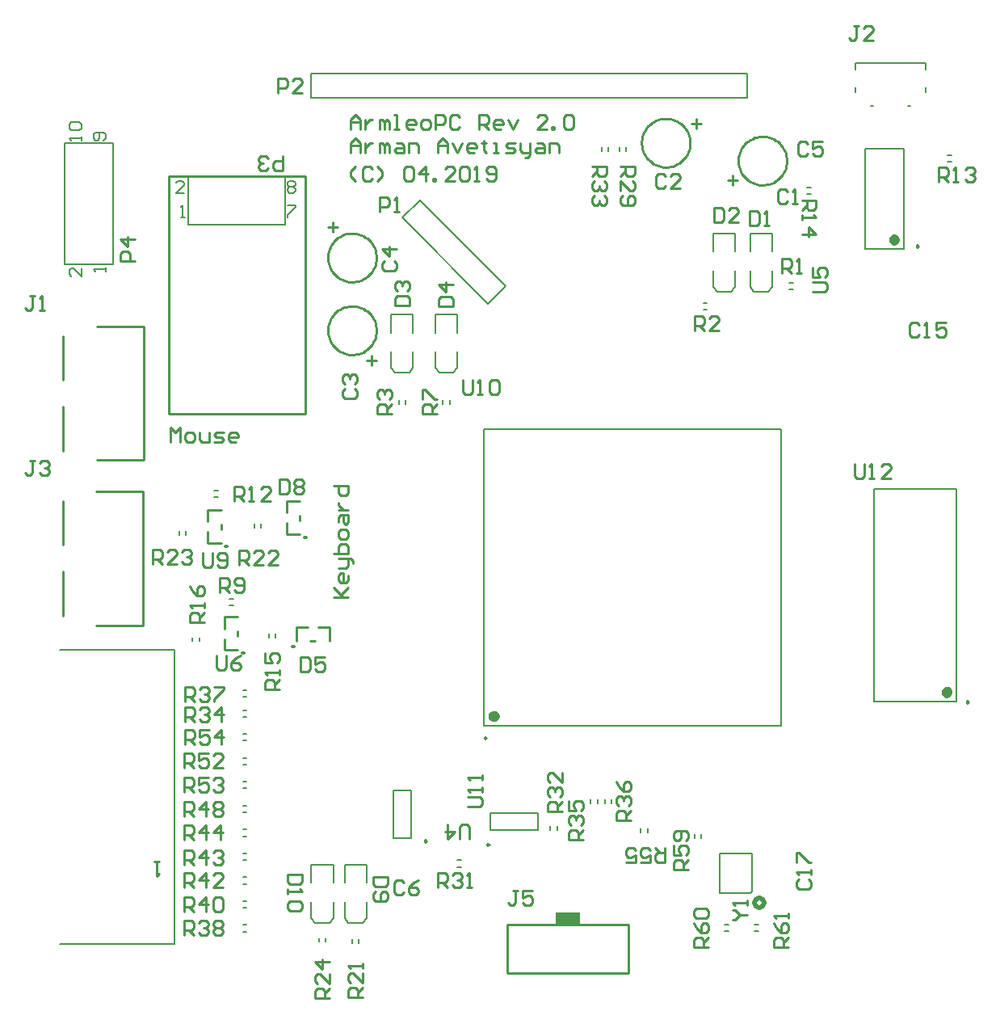
<source format=gto>
G04 Layer_Color=65535*
%FSLAX25Y25*%
%MOIN*%
G70*
G01*
G75*
%ADD27C,0.01181*%
%ADD28C,0.01968*%
%ADD74C,0.00984*%
%ADD75C,0.02362*%
%ADD76C,0.01000*%
%ADD77C,0.00787*%
%ADD78C,0.00800*%
%ADD79R,0.10000X0.05000*%
D27*
X203445Y293898D02*
X202658D01*
X203445D01*
X198524Y249114D02*
X197736D01*
X198524D01*
X170965Y290354D02*
X170177D01*
X170965D01*
X177854Y246161D02*
X177067D01*
X177854D01*
D28*
X392323Y143307D02*
X392059Y144291D01*
X391339Y145012D01*
X390354Y145276D01*
X389370Y145012D01*
X388650Y144291D01*
X388386Y143307D01*
X388650Y142323D01*
X389370Y141602D01*
X390354Y141339D01*
X391339Y141602D01*
X392059Y142323D01*
X392323Y143307D01*
D74*
X277756Y211221D02*
X277018Y211647D01*
Y210794D01*
X277756Y211221D01*
X456201Y414075D02*
X455463Y414501D01*
Y413649D01*
X456201Y414075D01*
X279016Y167224D02*
X278278Y167651D01*
Y166798D01*
X279016Y167224D01*
X253051Y168780D02*
X252313Y169206D01*
Y168353D01*
X253051Y168780D01*
X476870Y226083D02*
X476132Y226509D01*
Y225657D01*
X476870Y226083D01*
D75*
X281988Y220276D02*
X281543Y221199D01*
X280544Y221427D01*
X279743Y220788D01*
Y219763D01*
X280544Y219124D01*
X281543Y219352D01*
X281988Y220276D01*
X447244Y416831D02*
X446799Y417754D01*
X445800Y417982D01*
X444999Y417343D01*
Y416318D01*
X445800Y415679D01*
X446799Y415907D01*
X447244Y416831D01*
X468898Y230217D02*
X468453Y231140D01*
X467454Y231368D01*
X466652Y230729D01*
Y229704D01*
X467454Y229065D01*
X468453Y229293D01*
X468898Y230217D01*
D76*
X232453Y409370D02*
X232404Y410367D01*
X232255Y411354D01*
X232009Y412321D01*
X231667Y413259D01*
X231234Y414159D01*
X230714Y415010D01*
X230111Y415806D01*
X229432Y416538D01*
X228684Y417198D01*
X227873Y417781D01*
X227009Y418280D01*
X226099Y418690D01*
X225153Y419008D01*
X224180Y419231D01*
X223189Y419355D01*
X222191Y419380D01*
X221196Y419305D01*
X220213Y419132D01*
X219252Y418861D01*
X218323Y418497D01*
X217435Y418041D01*
X216596Y417500D01*
X215816Y416877D01*
X215101Y416180D01*
X214460Y415416D01*
X213897Y414591D01*
X213420Y413714D01*
X213032Y412795D01*
X212738Y411841D01*
X212540Y410862D01*
X212441Y409869D01*
Y408871D01*
X212540Y407878D01*
X212738Y406899D01*
X213032Y405946D01*
X213420Y405026D01*
X213897Y404149D01*
X214460Y403325D01*
X215101Y402560D01*
X215816Y401863D01*
X216596Y401241D01*
X217435Y400699D01*
X218323Y400244D01*
X219252Y399879D01*
X220213Y399609D01*
X221196Y399435D01*
X222191Y399361D01*
X223189Y399386D01*
X224180Y399510D01*
X225153Y399732D01*
X226099Y400050D01*
X227009Y400460D01*
X227873Y400959D01*
X228684Y401542D01*
X229432Y402203D01*
X230111Y402934D01*
X230714Y403730D01*
X231234Y404582D01*
X231667Y405481D01*
X232009Y406419D01*
X232255Y407386D01*
X232404Y408373D01*
X232453Y409370D01*
X232453Y379350D02*
X232404Y380347D01*
X232255Y381334D01*
X232009Y382302D01*
X231667Y383240D01*
X231234Y384139D01*
X230714Y384991D01*
X230111Y385786D01*
X229432Y386518D01*
X228684Y387178D01*
X227873Y387761D01*
X227009Y388260D01*
X226099Y388671D01*
X225153Y388989D01*
X224180Y389211D01*
X223189Y389335D01*
X222191Y389360D01*
X221196Y389285D01*
X220213Y389112D01*
X219252Y388842D01*
X218323Y388477D01*
X217435Y388021D01*
X216596Y387480D01*
X215816Y386858D01*
X215101Y386161D01*
X214460Y385396D01*
X213897Y384571D01*
X213420Y383695D01*
X213032Y382775D01*
X212738Y381821D01*
X212540Y380843D01*
X212441Y379850D01*
Y378851D01*
X212540Y377858D01*
X212738Y376880D01*
X213032Y375926D01*
X213420Y375006D01*
X213897Y374130D01*
X214460Y373305D01*
X215101Y372540D01*
X215816Y371843D01*
X216596Y371221D01*
X217435Y370679D01*
X218323Y370224D01*
X219252Y369859D01*
X220213Y369589D01*
X221196Y369416D01*
X222191Y369341D01*
X223189Y369366D01*
X224180Y369490D01*
X225153Y369712D01*
X226099Y370030D01*
X227009Y370441D01*
X227873Y370940D01*
X228684Y371522D01*
X229432Y372183D01*
X230111Y372915D01*
X230714Y373710D01*
X231234Y374562D01*
X231667Y375461D01*
X232009Y376399D01*
X232255Y377366D01*
X232404Y378354D01*
X232453Y379350D01*
X361961Y456693D02*
X361912Y457690D01*
X361763Y458677D01*
X361517Y459644D01*
X361175Y460582D01*
X360742Y461482D01*
X360222Y462333D01*
X359619Y463129D01*
X358940Y463861D01*
X358192Y464521D01*
X357381Y465104D01*
X356517Y465603D01*
X355607Y466013D01*
X354661Y466331D01*
X353688Y466553D01*
X352697Y466678D01*
X351699Y466702D01*
X350704Y466628D01*
X349721Y466454D01*
X348760Y466184D01*
X347831Y465819D01*
X346943Y465364D01*
X346104Y464822D01*
X345324Y464200D01*
X344609Y463503D01*
X343968Y462739D01*
X343405Y461914D01*
X342928Y461037D01*
X342540Y460117D01*
X342246Y459164D01*
X342048Y458185D01*
X341949Y457192D01*
Y456194D01*
X342048Y455201D01*
X342246Y454222D01*
X342540Y453268D01*
X342928Y452349D01*
X343405Y451472D01*
X343968Y450647D01*
X344609Y449883D01*
X345324Y449186D01*
X346104Y448563D01*
X346943Y448022D01*
X347831Y447567D01*
X348760Y447202D01*
X349721Y446932D01*
X350704Y446758D01*
X351699Y446684D01*
X352697Y446708D01*
X353688Y446833D01*
X354661Y447055D01*
X355607Y447373D01*
X356517Y447783D01*
X357381Y448282D01*
X358192Y448865D01*
X358940Y449525D01*
X359619Y450257D01*
X360222Y451053D01*
X360742Y451904D01*
X361175Y452804D01*
X361517Y453742D01*
X361763Y454709D01*
X361912Y455696D01*
X361961Y456693D01*
X401824Y449311D02*
X401774Y450308D01*
X401625Y451295D01*
X401379Y452262D01*
X401037Y453200D01*
X400604Y454100D01*
X400084Y454951D01*
X399481Y455747D01*
X398802Y456479D01*
X398054Y457139D01*
X397243Y457722D01*
X396379Y458221D01*
X395469Y458631D01*
X394523Y458949D01*
X393550Y459171D01*
X392559Y459296D01*
X391561Y459320D01*
X390566Y459246D01*
X389583Y459072D01*
X388622Y458802D01*
X387693Y458437D01*
X386805Y457982D01*
X385966Y457441D01*
X385186Y456818D01*
X384471Y456121D01*
X383830Y455357D01*
X383267Y454532D01*
X382790Y453655D01*
X382402Y452736D01*
X382108Y451782D01*
X381910Y450803D01*
X381811Y449810D01*
Y448812D01*
X381910Y447819D01*
X382108Y446840D01*
X382402Y445887D01*
X382790Y444967D01*
X383267Y444090D01*
X383830Y443265D01*
X384471Y442501D01*
X385186Y441804D01*
X385966Y441182D01*
X386805Y440640D01*
X387693Y440185D01*
X388622Y439820D01*
X389583Y439549D01*
X390566Y439376D01*
X391561Y439302D01*
X392559Y439326D01*
X393550Y439451D01*
X394523Y439673D01*
X395469Y439991D01*
X396379Y440401D01*
X397243Y440900D01*
X398054Y441483D01*
X398802Y442143D01*
X399481Y442875D01*
X400084Y443671D01*
X400604Y444522D01*
X401037Y445422D01*
X401379Y446360D01*
X401625Y447327D01*
X401774Y448314D01*
X401824Y449311D01*
X146732Y344980D02*
X203091D01*
X203169Y345059D02*
Y442992D01*
X174705D02*
X203169D01*
X146732Y344980D02*
Y442992D01*
X174705D01*
X200886Y300984D02*
Y302953D01*
X195374Y295276D02*
Y299803D01*
Y295276D02*
X200886D01*
X195374Y304134D02*
Y308858D01*
X200886D01*
X205217Y251280D02*
X207185D01*
X199508Y256791D02*
X204035D01*
X199508Y251280D02*
Y256791D01*
X208366D02*
X213091D01*
Y251280D02*
Y256791D01*
X168406Y297441D02*
Y299409D01*
X162894Y291732D02*
Y296260D01*
Y291732D02*
X168406D01*
X162894Y300591D02*
Y305315D01*
X168406D01*
X175295Y253248D02*
Y255217D01*
X169783Y247539D02*
Y252067D01*
Y247539D02*
X175295D01*
X169783Y256398D02*
Y261122D01*
X175295D01*
X286358Y114429D02*
Y134429D01*
X336358D01*
Y114429D02*
Y134429D01*
X286358Y114429D02*
X336358D01*
X103248Y358858D02*
Y376969D01*
Y329724D02*
Y347835D01*
X117027Y380906D02*
X136319D01*
Y325787D02*
Y380906D01*
X117027Y325787D02*
X136319D01*
X103150Y290846D02*
Y308957D01*
Y261713D02*
Y279823D01*
X116929Y312894D02*
X136221D01*
Y257776D02*
Y312894D01*
X116929Y257776D02*
X136221D01*
X221965Y462155D02*
Y466154D01*
X223964Y468153D01*
X225963Y466154D01*
Y462155D01*
Y465154D01*
X221965D01*
X227963Y466154D02*
Y462155D01*
Y464155D01*
X228962Y465154D01*
X229962Y466154D01*
X230962D01*
X233961Y462155D02*
Y466154D01*
X234960D01*
X235960Y465154D01*
Y462155D01*
Y465154D01*
X236960Y466154D01*
X237959Y465154D01*
Y462155D01*
X239959D02*
X241958D01*
X240958D01*
Y468153D01*
X239959D01*
X247956Y462155D02*
X245957D01*
X244957Y463155D01*
Y465154D01*
X245957Y466154D01*
X247956D01*
X248956Y465154D01*
Y464155D01*
X244957D01*
X251955Y462155D02*
X253954D01*
X254954Y463155D01*
Y465154D01*
X253954Y466154D01*
X251955D01*
X250955Y465154D01*
Y463155D01*
X251955Y462155D01*
X256953D02*
Y468153D01*
X259952D01*
X260952Y467154D01*
Y465154D01*
X259952Y464155D01*
X256953D01*
X266950Y467154D02*
X265950Y468153D01*
X263951D01*
X262951Y467154D01*
Y463155D01*
X263951Y462155D01*
X265950D01*
X266950Y463155D01*
X274947Y462155D02*
Y468153D01*
X277946D01*
X278946Y467154D01*
Y465154D01*
X277946Y464155D01*
X274947D01*
X276947D02*
X278946Y462155D01*
X283945D02*
X281945D01*
X280945Y463155D01*
Y465154D01*
X281945Y466154D01*
X283945D01*
X284944Y465154D01*
Y464155D01*
X280945D01*
X286944Y466154D02*
X288943Y462155D01*
X290942Y466154D01*
X302938Y462155D02*
X298940D01*
X302938Y466154D01*
Y467154D01*
X301939Y468153D01*
X299939D01*
X298940Y467154D01*
X304938Y462155D02*
Y463155D01*
X305937D01*
Y462155D01*
X304938D01*
X309936Y467154D02*
X310936Y468153D01*
X312935D01*
X313935Y467154D01*
Y463155D01*
X312935Y462155D01*
X310936D01*
X309936Y463155D01*
Y467154D01*
X221965Y452558D02*
Y456556D01*
X223964Y458556D01*
X225963Y456556D01*
Y452558D01*
Y455557D01*
X221965D01*
X227963Y456556D02*
Y452558D01*
Y454557D01*
X228962Y455557D01*
X229962Y456556D01*
X230962D01*
X233961Y452558D02*
Y456556D01*
X234960D01*
X235960Y455557D01*
Y452558D01*
Y455557D01*
X236960Y456556D01*
X237959Y455557D01*
Y452558D01*
X240958Y456556D02*
X242958D01*
X243957Y455557D01*
Y452558D01*
X240958D01*
X239959Y453557D01*
X240958Y454557D01*
X243957D01*
X245957Y452558D02*
Y456556D01*
X248956D01*
X249956Y455557D01*
Y452558D01*
X257953D02*
Y456556D01*
X259952Y458556D01*
X261952Y456556D01*
Y452558D01*
Y455557D01*
X257953D01*
X263951Y456556D02*
X265950Y452558D01*
X267950Y456556D01*
X272948Y452558D02*
X270949D01*
X269949Y453557D01*
Y455557D01*
X270949Y456556D01*
X272948D01*
X273948Y455557D01*
Y454557D01*
X269949D01*
X276947Y457556D02*
Y456556D01*
X275947D01*
X277946D01*
X276947D01*
Y453557D01*
X277946Y452558D01*
X280945D02*
X282945D01*
X281945D01*
Y456556D01*
X280945D01*
X285944Y452558D02*
X288943D01*
X289943Y453557D01*
X288943Y454557D01*
X286944D01*
X285944Y455557D01*
X286944Y456556D01*
X289943D01*
X291942D02*
Y453557D01*
X292942Y452558D01*
X295941D01*
Y451558D01*
X294941Y450558D01*
X293941D01*
X295941Y452558D02*
Y456556D01*
X298940D02*
X300939D01*
X301939Y455557D01*
Y452558D01*
X298940D01*
X297940Y453557D01*
X298940Y454557D01*
X301939D01*
X303938Y452558D02*
Y456556D01*
X306937D01*
X307937Y455557D01*
Y452558D01*
X223964Y440961D02*
X221965Y442960D01*
Y444959D01*
X223964Y446959D01*
X230962Y445959D02*
X229962Y446959D01*
X227963D01*
X226963Y445959D01*
Y441960D01*
X227963Y440961D01*
X229962D01*
X230962Y441960D01*
X232961Y440961D02*
X234960Y442960D01*
Y444959D01*
X232961Y446959D01*
X243957Y445959D02*
X244957Y446959D01*
X246956D01*
X247956Y445959D01*
Y441960D01*
X246956Y440961D01*
X244957D01*
X243957Y441960D01*
Y445959D01*
X252955Y440961D02*
Y446959D01*
X249956Y443960D01*
X253954D01*
X255954Y440961D02*
Y441960D01*
X256953D01*
Y440961D01*
X255954D01*
X264951D02*
X260952D01*
X264951Y444959D01*
Y445959D01*
X263951Y446959D01*
X261952D01*
X260952Y445959D01*
X266950D02*
X267950Y446959D01*
X269949D01*
X270949Y445959D01*
Y441960D01*
X269949Y440961D01*
X267950D01*
X266950Y441960D01*
Y445959D01*
X272948Y440961D02*
X274947D01*
X273948D01*
Y446959D01*
X272948Y445959D01*
X277946Y441960D02*
X278946Y440961D01*
X280945D01*
X281945Y441960D01*
Y445959D01*
X280945Y446959D01*
X278946D01*
X277946Y445959D01*
Y444959D01*
X278946Y443960D01*
X281945D01*
X431435Y505019D02*
X429436D01*
X430436D01*
Y500021D01*
X429436Y499021D01*
X428436D01*
X427437Y500021D01*
X437433Y499021D02*
X433435D01*
X437433Y503020D01*
Y504019D01*
X436434Y505019D01*
X434434D01*
X433435Y504019D01*
X268209Y358852D02*
Y353854D01*
X269208Y352854D01*
X271208D01*
X272207Y353854D01*
Y358852D01*
X274207Y352854D02*
X276206D01*
X275206D01*
Y358852D01*
X274207Y357853D01*
X279205D02*
X280205Y358852D01*
X282204D01*
X283204Y357853D01*
Y353854D01*
X282204Y352854D01*
X280205D01*
X279205Y353854D01*
Y357853D01*
X132874Y407972D02*
X126876D01*
Y410971D01*
X127876Y411971D01*
X129875D01*
X130875Y410971D01*
Y407972D01*
X132874Y416969D02*
X126876D01*
X129875Y413971D01*
Y417969D01*
X193898Y451279D02*
Y445281D01*
X190899D01*
X189899Y446281D01*
Y448280D01*
X190899Y449280D01*
X193898D01*
X187900Y446281D02*
X186900Y445281D01*
X184900D01*
X183901Y446281D01*
Y447281D01*
X184900Y448280D01*
X185900D01*
X184900D01*
X183901Y449280D01*
Y450280D01*
X184900Y451279D01*
X186900D01*
X187900Y450280D01*
X175689Y282480D02*
Y288478D01*
X178688D01*
X179688Y287479D01*
Y285479D01*
X178688Y284480D01*
X175689D01*
X177688D02*
X179688Y282480D01*
X185686D02*
X181687D01*
X185686Y286479D01*
Y287479D01*
X184686Y288478D01*
X182687D01*
X181687Y287479D01*
X191684Y282480D02*
X187685D01*
X191684Y286479D01*
Y287479D01*
X190684Y288478D01*
X188685D01*
X187685Y287479D01*
X238681Y344980D02*
X232683D01*
Y347979D01*
X233683Y348979D01*
X235682D01*
X236682Y347979D01*
Y344980D01*
Y346980D02*
X238681Y348979D01*
X233683Y350978D02*
X232683Y351978D01*
Y353977D01*
X233683Y354977D01*
X234682D01*
X235682Y353977D01*
Y352978D01*
Y353977D01*
X236682Y354977D01*
X237681D01*
X238681Y353977D01*
Y351978D01*
X237681Y350978D01*
X321358Y446850D02*
X327356D01*
Y443851D01*
X326357Y442852D01*
X324357D01*
X323358Y443851D01*
Y446850D01*
Y444851D02*
X321358Y442852D01*
X326357Y440852D02*
X327356Y439853D01*
Y437853D01*
X326357Y436854D01*
X325357D01*
X324357Y437853D01*
Y438853D01*
Y437853D01*
X323358Y436854D01*
X322358D01*
X321358Y437853D01*
Y439853D01*
X322358Y440852D01*
X326357Y434854D02*
X327356Y433855D01*
Y431855D01*
X326357Y430856D01*
X325357D01*
X324357Y431855D01*
Y432855D01*
Y431855D01*
X323358Y430856D01*
X322358D01*
X321358Y431855D01*
Y433855D01*
X322358Y434854D01*
X333169Y446850D02*
X339167D01*
Y443851D01*
X338168Y442852D01*
X336168D01*
X335169Y443851D01*
Y446850D01*
Y444851D02*
X333169Y442852D01*
Y436854D02*
Y440852D01*
X337168Y436854D01*
X338168D01*
X339167Y437853D01*
Y439853D01*
X338168Y440852D01*
X334169Y434854D02*
X333169Y433855D01*
Y431855D01*
X334169Y430856D01*
X338168D01*
X339167Y431855D01*
Y433855D01*
X338168Y434854D01*
X337168D01*
X336168Y433855D01*
Y430856D01*
X456399Y381498D02*
X455399Y382498D01*
X453400D01*
X452400Y381498D01*
Y377500D01*
X453400Y376500D01*
X455399D01*
X456399Y377500D01*
X458398Y376500D02*
X460397D01*
X459398D01*
Y382498D01*
X458398Y381498D01*
X467395Y382498D02*
X463396D01*
Y379499D01*
X465396Y380499D01*
X466396D01*
X467395Y379499D01*
Y377500D01*
X466396Y376500D01*
X464396D01*
X463396Y377500D01*
X406911Y153113D02*
X405911Y152113D01*
Y150114D01*
X406911Y149114D01*
X410910D01*
X411909Y150114D01*
Y152113D01*
X410910Y153113D01*
X411909Y155112D02*
Y157112D01*
Y156112D01*
X405911D01*
X406911Y155112D01*
X405911Y160111D02*
Y164109D01*
X406911D01*
X410910Y160111D01*
X411909D01*
X402559Y125000D02*
X396561D01*
Y127999D01*
X397561Y128999D01*
X399560D01*
X400560Y127999D01*
Y125000D01*
Y126999D02*
X402559Y128999D01*
X396561Y134997D02*
X397561Y132997D01*
X399560Y130998D01*
X401559D01*
X402559Y131998D01*
Y133997D01*
X401559Y134997D01*
X400560D01*
X399560Y133997D01*
Y130998D01*
X402559Y136996D02*
Y138996D01*
Y137996D01*
X396561D01*
X397561Y136996D01*
X369587Y125000D02*
X363589D01*
Y127999D01*
X364588Y128999D01*
X366588D01*
X367587Y127999D01*
Y125000D01*
Y126999D02*
X369587Y128999D01*
X363589Y134997D02*
X364588Y132997D01*
X366588Y130998D01*
X368587D01*
X369587Y131998D01*
Y133997D01*
X368587Y134997D01*
X367587D01*
X366588Y133997D01*
Y130998D01*
X364588Y136996D02*
X363589Y137996D01*
Y139995D01*
X364588Y140995D01*
X368587D01*
X369587Y139995D01*
Y137996D01*
X368587Y136996D01*
X364588D01*
X142717Y160302D02*
X140717D01*
X141717D01*
Y154304D01*
X142717Y155303D01*
X233760Y428150D02*
Y434148D01*
X236759D01*
X237759Y433148D01*
Y431149D01*
X236759Y430149D01*
X233760D01*
X239758Y428150D02*
X241757D01*
X240758D01*
Y434148D01*
X239758Y433148D01*
X160925Y287494D02*
Y282496D01*
X161925Y281496D01*
X163924D01*
X164924Y282496D01*
Y287494D01*
X166923Y282496D02*
X167923Y281496D01*
X169922D01*
X170922Y282496D01*
Y286494D01*
X169922Y287494D01*
X167923D01*
X166923Y286494D01*
Y285495D01*
X167923Y284495D01*
X170922D01*
X166339Y245171D02*
Y240173D01*
X167338Y239173D01*
X169338D01*
X170337Y240173D01*
Y245171D01*
X176335D02*
X174336Y244172D01*
X172337Y242172D01*
Y240173D01*
X173336Y239173D01*
X175336D01*
X176335Y240173D01*
Y241173D01*
X175336Y242172D01*
X172337D01*
X192323Y317809D02*
Y311811D01*
X195322D01*
X196321Y312811D01*
Y316809D01*
X195322Y317809D01*
X192323D01*
X198321Y316809D02*
X199321Y317809D01*
X201320D01*
X202320Y316809D01*
Y315810D01*
X201320Y314810D01*
X202320Y313810D01*
Y312811D01*
X201320Y311811D01*
X199321D01*
X198321Y312811D01*
Y313810D01*
X199321Y314810D01*
X198321Y315810D01*
Y316809D01*
X199321Y314810D02*
X201320D01*
X201279Y244679D02*
Y238681D01*
X204278D01*
X205278Y239681D01*
Y243679D01*
X204278Y244679D01*
X201279D01*
X211276D02*
X207278D01*
Y241680D01*
X209277Y242680D01*
X210277D01*
X211276Y241680D01*
Y239681D01*
X210277Y238681D01*
X208277D01*
X207278Y239681D01*
X379337Y136319D02*
X380336D01*
X382336Y138318D01*
X380336Y140318D01*
X379337D01*
X382336Y138318D02*
X385335D01*
Y142317D02*
Y144316D01*
Y143317D01*
X379337D01*
X380336Y142317D01*
X213090Y103839D02*
X207092D01*
Y106838D01*
X208092Y107837D01*
X210091D01*
X211091Y106838D01*
Y103839D01*
Y105838D02*
X213090Y107837D01*
Y113835D02*
Y109837D01*
X209092Y113835D01*
X208092D01*
X207092Y112836D01*
Y110836D01*
X208092Y109837D01*
X213090Y118834D02*
X207092D01*
X210091Y115835D01*
Y119833D01*
X226870Y104331D02*
X220872D01*
Y107330D01*
X221872Y108329D01*
X223871D01*
X224871Y107330D01*
Y104331D01*
Y106330D02*
X226870Y108329D01*
Y114328D02*
Y110329D01*
X222871Y114328D01*
X221872D01*
X220872Y113328D01*
Y111328D01*
X221872Y110329D01*
X226870Y116327D02*
Y118326D01*
Y117326D01*
X220872D01*
X221872Y116327D01*
X201864Y155020D02*
X195866D01*
Y152021D01*
X196866Y151021D01*
X200865D01*
X201864Y152021D01*
Y155020D01*
X195866Y149022D02*
Y147022D01*
Y148022D01*
X201864D01*
X200865Y149022D01*
Y144023D02*
X201864Y143024D01*
Y141024D01*
X200865Y140024D01*
X196866D01*
X195866Y141024D01*
Y143024D01*
X196866Y144023D01*
X200865D01*
X237297Y154035D02*
X231299D01*
Y151036D01*
X232299Y150037D01*
X236298D01*
X237297Y151036D01*
Y154035D01*
X232299Y148037D02*
X231299Y147038D01*
Y145038D01*
X232299Y144039D01*
X236298D01*
X237297Y145038D01*
Y147038D01*
X236298Y148037D01*
X235298D01*
X234298Y147038D01*
Y144039D01*
X351378Y165847D02*
Y159848D01*
X348379D01*
X347379Y160848D01*
Y162847D01*
X348379Y163847D01*
X351378D01*
X349379D02*
X347379Y165847D01*
X341381Y159848D02*
X345380D01*
Y162847D01*
X343380Y161848D01*
X342381D01*
X341381Y162847D01*
Y164847D01*
X342381Y165847D01*
X344380D01*
X345380Y164847D01*
X335383Y159848D02*
X339382D01*
Y162847D01*
X337383Y161848D01*
X336383D01*
X335383Y162847D01*
Y164847D01*
X336383Y165847D01*
X338382D01*
X339382Y164847D01*
X337598Y177165D02*
X331600D01*
Y180164D01*
X332600Y181164D01*
X334599D01*
X335599Y180164D01*
Y177165D01*
Y179165D02*
X337598Y181164D01*
X332600Y183163D02*
X331600Y184163D01*
Y186162D01*
X332600Y187162D01*
X333600D01*
X334599Y186162D01*
Y185163D01*
Y186162D01*
X335599Y187162D01*
X336599D01*
X337598Y186162D01*
Y184163D01*
X336599Y183163D01*
X331600Y193160D02*
X332600Y191161D01*
X334599Y189162D01*
X336599D01*
X337598Y190161D01*
Y192160D01*
X336599Y193160D01*
X335599D01*
X334599Y192160D01*
Y189162D01*
X317913Y169291D02*
X311915D01*
Y172290D01*
X312915Y173290D01*
X314914D01*
X315914Y172290D01*
Y169291D01*
Y171291D02*
X317913Y173290D01*
X312915Y175289D02*
X311915Y176289D01*
Y178288D01*
X312915Y179288D01*
X313915D01*
X314914Y178288D01*
Y177289D01*
Y178288D01*
X315914Y179288D01*
X316914D01*
X317913Y178288D01*
Y176289D01*
X316914Y175289D01*
X311915Y185286D02*
Y181288D01*
X314914D01*
X313915Y183287D01*
Y184286D01*
X314914Y185286D01*
X316914D01*
X317913Y184286D01*
Y182287D01*
X316914Y181288D01*
X309055Y181102D02*
X303057D01*
Y184101D01*
X304057Y185101D01*
X306056D01*
X307056Y184101D01*
Y181102D01*
Y183102D02*
X309055Y185101D01*
X304057Y187100D02*
X303057Y188100D01*
Y190100D01*
X304057Y191099D01*
X305056D01*
X306056Y190100D01*
Y189100D01*
Y190100D01*
X307056Y191099D01*
X308055D01*
X309055Y190100D01*
Y188100D01*
X308055Y187100D01*
X309055Y197097D02*
Y193098D01*
X305056Y197097D01*
X304057D01*
X303057Y196098D01*
Y194098D01*
X304057Y193098D01*
X257874Y149606D02*
Y155604D01*
X260873D01*
X261873Y154605D01*
Y152605D01*
X260873Y151606D01*
X257874D01*
X259873D02*
X261873Y149606D01*
X263872Y154605D02*
X264872Y155604D01*
X266871D01*
X267871Y154605D01*
Y153605D01*
X266871Y152605D01*
X265871D01*
X266871D01*
X267871Y151606D01*
Y150606D01*
X266871Y149606D01*
X264872D01*
X263872Y150606D01*
X269870Y149606D02*
X271869D01*
X270870D01*
Y155604D01*
X269870Y154605D01*
X270085Y183071D02*
X275083D01*
X276083Y184071D01*
Y186070D01*
X275083Y187070D01*
X270085D01*
X276083Y189069D02*
Y191068D01*
Y190069D01*
X270085D01*
X271084Y189069D01*
X276083Y194067D02*
Y196067D01*
Y195067D01*
X270085D01*
X271084Y194067D01*
X361221Y156988D02*
X355222D01*
Y159987D01*
X356222Y160987D01*
X358222D01*
X359221Y159987D01*
Y156988D01*
Y158987D02*
X361221Y160987D01*
X355222Y166985D02*
Y162986D01*
X358222D01*
X357222Y164986D01*
Y165985D01*
X358222Y166985D01*
X360221D01*
X361221Y165985D01*
Y163986D01*
X360221Y162986D01*
Y168984D02*
X361221Y169984D01*
Y171983D01*
X360221Y172983D01*
X356222D01*
X355222Y171983D01*
Y169984D01*
X356222Y168984D01*
X357222D01*
X358222Y169984D01*
Y172983D01*
X386319Y428734D02*
Y422736D01*
X389318D01*
X390318Y423736D01*
Y427735D01*
X389318Y428734D01*
X386319D01*
X392317Y422736D02*
X394316D01*
X393317D01*
Y428734D01*
X392317Y427735D01*
X240065Y389764D02*
X246063D01*
Y392763D01*
X245063Y393762D01*
X241065D01*
X240065Y392763D01*
Y389764D01*
X241065Y395762D02*
X240065Y396761D01*
Y398761D01*
X241065Y399761D01*
X242064D01*
X243064Y398761D01*
Y397761D01*
Y398761D01*
X244064Y399761D01*
X245063D01*
X246063Y398761D01*
Y396761D01*
X245063Y395762D01*
X258274Y389272D02*
X264272D01*
Y392271D01*
X263272Y393270D01*
X259273D01*
X258274Y392271D01*
Y389272D01*
X264272Y398269D02*
X258274D01*
X261273Y395270D01*
Y399268D01*
X371808Y429978D02*
Y423980D01*
X374808D01*
X375807Y424979D01*
Y428978D01*
X374808Y429978D01*
X371808D01*
X381805Y423980D02*
X377806D01*
X381805Y427979D01*
Y428978D01*
X380805Y429978D01*
X378806D01*
X377806Y428978D01*
X235651Y408034D02*
X234651Y407034D01*
Y405035D01*
X235651Y404036D01*
X239650D01*
X240650Y405035D01*
Y407034D01*
X239650Y408034D01*
X240650Y413033D02*
X234651D01*
X237651Y410034D01*
Y414032D01*
X219411Y355219D02*
X218411Y354220D01*
Y352220D01*
X219411Y351220D01*
X223410D01*
X224410Y352220D01*
Y354220D01*
X223410Y355219D01*
X219411Y357219D02*
X218411Y358218D01*
Y360218D01*
X219411Y361217D01*
X220411D01*
X221410Y360218D01*
Y359218D01*
Y360218D01*
X222410Y361217D01*
X223410D01*
X224410Y360218D01*
Y358218D01*
X223410Y357219D01*
X351932Y442990D02*
X350932Y443990D01*
X348933D01*
X347933Y442990D01*
Y438992D01*
X348933Y437992D01*
X350932D01*
X351932Y438992D01*
X357930Y437992D02*
X353931D01*
X357930Y441991D01*
Y442990D01*
X356930Y443990D01*
X354931D01*
X353931Y442990D01*
X402129Y436593D02*
X401129Y437593D01*
X399130D01*
X398130Y436593D01*
Y432594D01*
X399130Y431595D01*
X401129D01*
X402129Y432594D01*
X404128Y431595D02*
X406127D01*
X405128D01*
Y437593D01*
X404128Y436593D01*
X363681Y379429D02*
Y385427D01*
X366680D01*
X367680Y384427D01*
Y382428D01*
X366680Y381429D01*
X363681D01*
X365681D02*
X367680Y379429D01*
X373678D02*
X369679D01*
X373678Y383428D01*
Y384427D01*
X372678Y385427D01*
X370679D01*
X369679Y384427D01*
X399652Y403017D02*
Y409015D01*
X402651D01*
X403651Y408016D01*
Y406016D01*
X402651Y405017D01*
X399652D01*
X401651D02*
X403651Y403017D01*
X405650D02*
X407649D01*
X406650D01*
Y409015D01*
X405650Y408016D01*
X257382Y344980D02*
X251384D01*
Y347979D01*
X252383Y348979D01*
X254383D01*
X255382Y347979D01*
Y344980D01*
Y346980D02*
X257382Y348979D01*
X251384Y350978D02*
Y354977D01*
X252383D01*
X256382Y350978D01*
X257382D01*
X429800Y324198D02*
Y319200D01*
X430800Y318200D01*
X432799D01*
X433799Y319200D01*
Y324198D01*
X435798Y318200D02*
X437797D01*
X436798D01*
Y324198D01*
X435798Y323198D01*
X444795Y318200D02*
X440796D01*
X444795Y322199D01*
Y323198D01*
X443795Y324198D01*
X441796D01*
X440796Y323198D01*
X290899Y148398D02*
X288899D01*
X289899D01*
Y143400D01*
X288899Y142400D01*
X287900D01*
X286900Y143400D01*
X296897Y148398D02*
X292898D01*
Y145399D01*
X294897Y146399D01*
X295897D01*
X296897Y145399D01*
Y143400D01*
X295897Y142400D01*
X293898D01*
X292898Y143400D01*
X243664Y151652D02*
X242664Y152652D01*
X240665D01*
X239665Y151652D01*
Y147653D01*
X240665Y146653D01*
X242664D01*
X243664Y147653D01*
X249662Y152652D02*
X247663Y151652D01*
X245663Y149653D01*
Y147653D01*
X246663Y146653D01*
X248662D01*
X249662Y147653D01*
Y148653D01*
X248662Y149653D01*
X245663D01*
X270669Y169691D02*
Y174689D01*
X269670Y175689D01*
X267670D01*
X266671Y174689D01*
Y169691D01*
X261672Y175689D02*
Y169691D01*
X264671Y172690D01*
X260672D01*
X410495Y456278D02*
X409495Y457278D01*
X407496D01*
X406496Y456278D01*
Y452279D01*
X407496Y451279D01*
X409495D01*
X410495Y452279D01*
X416493Y457278D02*
X412494D01*
Y454279D01*
X414494Y455278D01*
X415493D01*
X416493Y454279D01*
Y452279D01*
X415493Y451279D01*
X413494D01*
X412494Y452279D01*
X153543Y218012D02*
Y224010D01*
X156542D01*
X157542Y223010D01*
Y221011D01*
X156542Y220011D01*
X153543D01*
X155543D02*
X157542Y218012D01*
X159541Y223010D02*
X160541Y224010D01*
X162540D01*
X163540Y223010D01*
Y222010D01*
X162540Y221011D01*
X161541D01*
X162540D01*
X163540Y220011D01*
Y219011D01*
X162540Y218012D01*
X160541D01*
X159541Y219011D01*
X168538Y218012D02*
Y224010D01*
X165539Y221011D01*
X169538D01*
X153543Y226378D02*
Y232376D01*
X156542D01*
X157542Y231376D01*
Y229377D01*
X156542Y228377D01*
X153543D01*
X155543D02*
X157542Y226378D01*
X159541Y231376D02*
X160541Y232376D01*
X162540D01*
X163540Y231376D01*
Y230377D01*
X162540Y229377D01*
X161541D01*
X162540D01*
X163540Y228377D01*
Y227378D01*
X162540Y226378D01*
X160541D01*
X159541Y227378D01*
X165539Y232376D02*
X169538D01*
Y231376D01*
X165539Y227378D01*
Y226378D01*
X153051Y129921D02*
Y135919D01*
X156050D01*
X157050Y134920D01*
Y132920D01*
X156050Y131921D01*
X153051D01*
X155051D02*
X157050Y129921D01*
X159049Y134920D02*
X160049Y135919D01*
X162048D01*
X163048Y134920D01*
Y133920D01*
X162048Y132920D01*
X161049D01*
X162048D01*
X163048Y131921D01*
Y130921D01*
X162048Y129921D01*
X160049D01*
X159049Y130921D01*
X165047Y134920D02*
X166047Y135919D01*
X168046D01*
X169046Y134920D01*
Y133920D01*
X168046Y132920D01*
X169046Y131921D01*
Y130921D01*
X168046Y129921D01*
X166047D01*
X165047Y130921D01*
Y131921D01*
X166047Y132920D01*
X165047Y133920D01*
Y134920D01*
X166047Y132920D02*
X168046D01*
X153051Y139764D02*
Y145762D01*
X156050D01*
X157050Y144762D01*
Y142763D01*
X156050Y141763D01*
X153051D01*
X155051D02*
X157050Y139764D01*
X162048D02*
Y145762D01*
X159049Y142763D01*
X163048D01*
X165047Y144762D02*
X166047Y145762D01*
X168046D01*
X169046Y144762D01*
Y140763D01*
X168046Y139764D01*
X166047D01*
X165047Y140763D01*
Y144762D01*
X153051Y149606D02*
Y155604D01*
X156050D01*
X157050Y154605D01*
Y152605D01*
X156050Y151606D01*
X153051D01*
X155051D02*
X157050Y149606D01*
X162048D02*
Y155604D01*
X159049Y152605D01*
X163048D01*
X169046Y149606D02*
X165047D01*
X169046Y153605D01*
Y154605D01*
X168046Y155604D01*
X166047D01*
X165047Y154605D01*
X153051Y158957D02*
Y164955D01*
X156050D01*
X157050Y163955D01*
Y161956D01*
X156050Y160956D01*
X153051D01*
X155051D02*
X157050Y158957D01*
X162048D02*
Y164955D01*
X159049Y161956D01*
X163048D01*
X165047Y163955D02*
X166047Y164955D01*
X168046D01*
X169046Y163955D01*
Y162955D01*
X168046Y161956D01*
X167047D01*
X168046D01*
X169046Y160956D01*
Y159956D01*
X168046Y158957D01*
X166047D01*
X165047Y159956D01*
X153051Y169291D02*
Y175289D01*
X156050D01*
X157050Y174290D01*
Y172290D01*
X156050Y171291D01*
X153051D01*
X155051D02*
X157050Y169291D01*
X162048D02*
Y175289D01*
X159049Y172290D01*
X163048D01*
X168046Y169291D02*
Y175289D01*
X165047Y172290D01*
X169046D01*
X153051Y179022D02*
Y185020D01*
X156050D01*
X157050Y184020D01*
Y182021D01*
X156050Y181021D01*
X153051D01*
X155051D02*
X157050Y179022D01*
X162048D02*
Y185020D01*
X159049Y182021D01*
X163048D01*
X165047Y184020D02*
X166047Y185020D01*
X168046D01*
X169046Y184020D01*
Y183021D01*
X168046Y182021D01*
X169046Y181021D01*
Y180022D01*
X168046Y179022D01*
X166047D01*
X165047Y180022D01*
Y181021D01*
X166047Y182021D01*
X165047Y183021D01*
Y184020D01*
X166047Y182021D02*
X168046D01*
X153051Y198819D02*
Y204817D01*
X156050D01*
X157050Y203817D01*
Y201818D01*
X156050Y200818D01*
X153051D01*
X155051D02*
X157050Y198819D01*
X163048Y204817D02*
X159049D01*
Y201818D01*
X161049Y202818D01*
X162048D01*
X163048Y201818D01*
Y199819D01*
X162048Y198819D01*
X160049D01*
X159049Y199819D01*
X169046Y198819D02*
X165047D01*
X169046Y202818D01*
Y203817D01*
X168046Y204817D01*
X166047D01*
X165047Y203817D01*
X464567Y440453D02*
Y446451D01*
X467566D01*
X468566Y445451D01*
Y443452D01*
X467566Y442452D01*
X464567D01*
X466566D02*
X468566Y440453D01*
X470565D02*
X472564D01*
X471565D01*
Y446451D01*
X470565Y445451D01*
X475563D02*
X476563Y446451D01*
X478562D01*
X479562Y445451D01*
Y444452D01*
X478562Y443452D01*
X477563D01*
X478562D01*
X479562Y442452D01*
Y441452D01*
X478562Y440453D01*
X476563D01*
X475563Y441452D01*
X153051Y188976D02*
Y194974D01*
X156050D01*
X157050Y193975D01*
Y191975D01*
X156050Y190976D01*
X153051D01*
X155051D02*
X157050Y188976D01*
X163048Y194974D02*
X159049D01*
Y191975D01*
X161049Y192975D01*
X162048D01*
X163048Y191975D01*
Y189976D01*
X162048Y188976D01*
X160049D01*
X159049Y189976D01*
X165047Y193975D02*
X166047Y194974D01*
X168046D01*
X169046Y193975D01*
Y192975D01*
X168046Y191975D01*
X167047D01*
X168046D01*
X169046Y190976D01*
Y189976D01*
X168046Y188976D01*
X166047D01*
X165047Y189976D01*
X407972Y433071D02*
X413971D01*
Y430072D01*
X412971Y429072D01*
X410971D01*
X409972Y430072D01*
Y433071D01*
Y431072D02*
X407972Y429072D01*
Y427073D02*
Y425073D01*
Y426073D01*
X413971D01*
X412971Y427073D01*
X407972Y419075D02*
X413971D01*
X410971Y422074D01*
Y418076D01*
X153543Y208661D02*
Y214660D01*
X156542D01*
X157542Y213660D01*
Y211660D01*
X156542Y210661D01*
X153543D01*
X155543D02*
X157542Y208661D01*
X163540Y214660D02*
X159541D01*
Y211660D01*
X161541Y212660D01*
X162540D01*
X163540Y211660D01*
Y209661D01*
X162540Y208661D01*
X160541D01*
X159541Y209661D01*
X168538Y208661D02*
Y214660D01*
X165539Y211660D01*
X169538D01*
X167815Y271161D02*
Y277160D01*
X170814D01*
X171814Y276160D01*
Y274160D01*
X170814Y273161D01*
X167815D01*
X169814D02*
X171814Y271161D01*
X173813Y272161D02*
X174813Y271161D01*
X176812D01*
X177812Y272161D01*
Y276160D01*
X176812Y277160D01*
X174813D01*
X173813Y276160D01*
Y275160D01*
X174813Y274160D01*
X177812D01*
X192421Y231299D02*
X186423D01*
Y234298D01*
X187423Y235298D01*
X189422D01*
X190422Y234298D01*
Y231299D01*
Y233299D02*
X192421Y235298D01*
Y237297D02*
Y239297D01*
Y238297D01*
X186423D01*
X187423Y237297D01*
X186423Y246294D02*
Y242296D01*
X189422D01*
X188423Y244295D01*
Y245295D01*
X189422Y246294D01*
X191422D01*
X192421Y245295D01*
Y243295D01*
X191422Y242296D01*
X161417Y258858D02*
X155419D01*
Y261857D01*
X156419Y262857D01*
X158418D01*
X159418Y261857D01*
Y258858D01*
Y260858D02*
X161417Y262857D01*
Y264856D02*
Y266856D01*
Y265856D01*
X155419D01*
X156419Y264856D01*
X155419Y273853D02*
X156419Y271854D01*
X158418Y269855D01*
X160418D01*
X161417Y270854D01*
Y272854D01*
X160418Y273853D01*
X159418D01*
X158418Y272854D01*
Y269855D01*
X173721Y309055D02*
Y315053D01*
X176719D01*
X177719Y314054D01*
Y312054D01*
X176719Y311054D01*
X173721D01*
X175720D02*
X177719Y309055D01*
X179718D02*
X181718D01*
X180718D01*
Y315053D01*
X179718Y314054D01*
X188716Y309055D02*
X184717D01*
X188716Y313054D01*
Y314054D01*
X187716Y315053D01*
X185717D01*
X184717Y314054D01*
X140256Y282972D02*
Y288970D01*
X143255D01*
X144255Y287971D01*
Y285971D01*
X143255Y284972D01*
X140256D01*
X142255D02*
X144255Y282972D01*
X150253D02*
X146254D01*
X150253Y286971D01*
Y287971D01*
X149253Y288970D01*
X147254D01*
X146254Y287971D01*
X152252D02*
X153252Y288970D01*
X155251D01*
X156251Y287971D01*
Y286971D01*
X155251Y285971D01*
X154251D01*
X155251D01*
X156251Y284972D01*
Y283972D01*
X155251Y282972D01*
X153252D01*
X152252Y283972D01*
X412309Y395177D02*
X417307D01*
X418307Y396177D01*
Y398176D01*
X417307Y399176D01*
X412309D01*
Y405174D02*
Y401175D01*
X415308D01*
X414308Y403175D01*
Y404174D01*
X415308Y405174D01*
X417307D01*
X418307Y404174D01*
Y402175D01*
X417307Y401175D01*
X191929Y477362D02*
Y483360D01*
X194928D01*
X195928Y482361D01*
Y480361D01*
X194928Y479361D01*
X191929D01*
X201926Y477362D02*
X197927D01*
X201926Y481361D01*
Y482361D01*
X200926Y483360D01*
X198927D01*
X197927Y482361D01*
X91565Y393495D02*
X89566D01*
X90566D01*
Y388496D01*
X89566Y387496D01*
X88566D01*
X87567Y388496D01*
X93565Y387496D02*
X95564D01*
X94564D01*
Y393495D01*
X93565Y392495D01*
X91467Y325483D02*
X89468D01*
X90467D01*
Y320484D01*
X89468Y319485D01*
X88468D01*
X87468Y320484D01*
X93466Y324483D02*
X94466Y325483D01*
X96465D01*
X97465Y324483D01*
Y323483D01*
X96465Y322484D01*
X95465D01*
X96465D01*
X97465Y321484D01*
Y320484D01*
X96465Y319485D01*
X94466D01*
X93466Y320484D01*
X214967Y269193D02*
X220965D01*
X218965D01*
X214967Y273192D01*
X217966Y270193D01*
X220965Y273192D01*
Y278190D02*
Y276191D01*
X219965Y275191D01*
X217966D01*
X216966Y276191D01*
Y278190D01*
X217966Y279190D01*
X218965D01*
Y275191D01*
X216966Y281189D02*
X219965D01*
X220965Y282189D01*
Y285188D01*
X221964D01*
X222964Y284188D01*
Y283188D01*
X220965Y285188D02*
X216966D01*
X214967Y287187D02*
X220965D01*
Y290186D01*
X219965Y291186D01*
X218965D01*
X217966D01*
X216966Y290186D01*
Y287187D01*
X220965Y294185D02*
Y296184D01*
X219965Y297184D01*
X217966D01*
X216966Y296184D01*
Y294185D01*
X217966Y293185D01*
X219965D01*
X220965Y294185D01*
X216966Y300183D02*
Y302182D01*
X217966Y303182D01*
X220965D01*
Y300183D01*
X219965Y299183D01*
X218965Y300183D01*
Y303182D01*
X216966Y305181D02*
X220965D01*
X218965D01*
X217966Y306181D01*
X216966Y307181D01*
Y308180D01*
X214967Y315178D02*
X220965D01*
Y312179D01*
X219965Y311179D01*
X217966D01*
X216966Y312179D01*
Y315178D01*
X147638Y333169D02*
Y339167D01*
X149637Y337168D01*
X151637Y339167D01*
Y333169D01*
X154636D02*
X156635D01*
X157635Y334169D01*
Y336168D01*
X156635Y337168D01*
X154636D01*
X153636Y336168D01*
Y334169D01*
X154636Y333169D01*
X159634Y337168D02*
Y334169D01*
X160634Y333169D01*
X163633D01*
Y337168D01*
X165632Y333169D02*
X168631D01*
X169631Y334169D01*
X168631Y335169D01*
X166632D01*
X165632Y336168D01*
X166632Y337168D01*
X169631D01*
X174629Y333169D02*
X172630D01*
X171630Y334169D01*
Y336168D01*
X172630Y337168D01*
X174629D01*
X175629Y336168D01*
Y335169D01*
X171630D01*
X214440Y423870D02*
Y419871D01*
X216439Y421871D02*
X212441D01*
X230442Y364850D02*
Y368849D01*
X228443Y366850D02*
X232441D01*
X366449Y464694D02*
X362450D01*
X364450Y462695D02*
Y466693D01*
X377311Y441310D02*
X381310D01*
X379310Y443309D02*
Y439311D01*
D77*
X430020Y487008D02*
Y489764D01*
Y477559D02*
Y479528D01*
X436319Y472047D02*
X437500D01*
X451673D02*
X452854D01*
X459154Y477559D02*
Y479528D01*
Y487008D02*
Y489764D01*
X430020D02*
X459154D01*
X243264Y425785D02*
X250335Y432856D01*
X285690Y397501D01*
X243264Y425785D02*
X278619Y390430D01*
X285690Y397501D01*
X276870Y216339D02*
X399311D01*
X276870Y338780D02*
X399311D01*
X276870Y216339D02*
Y338780D01*
X399311Y216339D02*
Y338780D01*
X262697Y349114D02*
Y350689D01*
X259941Y349114D02*
Y350689D01*
X123760Y406752D02*
Y456752D01*
X103760Y406752D02*
Y456752D01*
Y406752D02*
X123760D01*
X103760Y456752D02*
X123760D01*
X154783Y422992D02*
X194783D01*
X154783Y442992D02*
X194783D01*
X154783Y422992D02*
Y442992D01*
X194783Y422992D02*
Y442992D01*
X468209Y448917D02*
X469783D01*
X468209Y451673D02*
X469783D01*
X410138Y435630D02*
X411713D01*
X410138Y438386D02*
X411713D01*
X238583Y378445D02*
Y385925D01*
X247638Y378445D02*
Y385925D01*
X238583D02*
X247638D01*
X240158Y361910D02*
X246063D01*
X238583Y363878D02*
Y370571D01*
X246063Y361910D02*
X247638Y363878D01*
X238583D02*
X240158Y361910D01*
X247638Y363878D02*
Y370571D01*
X256791Y378445D02*
Y385925D01*
X265846Y378445D02*
Y385925D01*
X256791D02*
X265846D01*
X258366Y361910D02*
X264272D01*
X256791Y363878D02*
Y370571D01*
X264272Y361910D02*
X265846Y363878D01*
X256791D02*
X258366Y361910D01*
X265846Y363878D02*
Y370571D01*
X182185Y297933D02*
Y299508D01*
X184941Y297933D02*
Y299508D01*
X151181Y294980D02*
Y296555D01*
X153937Y294980D02*
Y296555D01*
X165551Y310630D02*
X167126D01*
X165551Y313386D02*
X167126D01*
X156594Y251181D02*
Y252756D01*
X159350Y251181D02*
Y252756D01*
X188091Y252657D02*
Y254232D01*
X190846Y252657D02*
Y254232D01*
X171949Y265846D02*
X173524D01*
X171949Y268602D02*
X173524D01*
X371457Y411909D02*
Y419390D01*
X380512Y411909D02*
Y419390D01*
X371457D02*
X380512D01*
X373031Y395374D02*
X378937D01*
X371457Y397343D02*
Y404035D01*
X378937Y395374D02*
X380512Y397343D01*
X371457D02*
X373031Y395374D01*
X380512Y397343D02*
Y404035D01*
X244488Y349114D02*
Y350689D01*
X241732Y349114D02*
Y350689D01*
X332776Y453445D02*
Y455020D01*
X335532Y453445D02*
Y455020D01*
X325394Y453445D02*
Y455020D01*
X328150Y453445D02*
Y455020D01*
X265945Y158071D02*
X267520D01*
X265945Y160827D02*
X267520D01*
X450000Y412894D02*
Y454232D01*
X434252Y412894D02*
Y454232D01*
Y412894D02*
X450000D01*
X434252Y454232D02*
X450000D01*
X299213Y173130D02*
Y180217D01*
X279528Y173130D02*
Y180217D01*
X299213D01*
X279528Y173130D02*
X299213D01*
X246654Y169783D02*
Y189469D01*
X239567Y169783D02*
Y189469D01*
Y169783D02*
X246654D01*
X239567Y189469D02*
X246654D01*
X387598Y151181D02*
Y163780D01*
X374213D02*
X387598D01*
X374213Y147244D02*
Y163780D01*
Y147244D02*
X386811D01*
X387598Y148032D01*
Y151181D01*
X388484Y134252D02*
X390059D01*
X388484Y131496D02*
X390059D01*
X376181Y134252D02*
X377756D01*
X376181Y131496D02*
X377756D01*
X177362Y228313D02*
X178937D01*
X177362Y231069D02*
X178937D01*
X177362Y134120D02*
X178937D01*
X177362Y131365D02*
X178937D01*
X177362Y143963D02*
X178937D01*
X177362Y141207D02*
X178937D01*
X177362Y153806D02*
X178937D01*
X177362Y151050D02*
X178937D01*
X177362Y163648D02*
X178937D01*
X177362Y160892D02*
X178937D01*
X177362Y173491D02*
X178937D01*
X177362Y170735D02*
X178937D01*
X177362Y183333D02*
X178937D01*
X177362Y180577D02*
X178937D01*
X177362Y203018D02*
X178937D01*
X177362Y200262D02*
X178937D01*
X177362Y193307D02*
X178937D01*
X177362Y190551D02*
X178937D01*
X177362Y212992D02*
X178937D01*
X177362Y210236D02*
X178937D01*
X177362Y219947D02*
X178937D01*
X177362Y222703D02*
X178937D01*
X344390Y172441D02*
Y174016D01*
X341634Y172441D02*
Y174016D01*
X304232Y173425D02*
Y175000D01*
X306988Y173425D02*
Y175000D01*
X326870Y184252D02*
Y185827D01*
X329626Y184252D02*
Y185827D01*
X320965Y184252D02*
Y185827D01*
X323720Y184252D02*
Y185827D01*
X208760Y127165D02*
Y128740D01*
X211516Y127165D02*
Y128740D01*
X228445Y137008D02*
Y143701D01*
X219390Y137008D02*
X220965Y135039D01*
X226870D02*
X228445Y137008D01*
X219390D02*
Y143701D01*
X220965Y135039D02*
X226870D01*
X219390Y159055D02*
X228445D01*
Y151575D02*
Y159055D01*
X219390Y151575D02*
Y159055D01*
X222539Y126673D02*
Y128248D01*
X225295Y126673D02*
Y128248D01*
X214661Y137007D02*
Y143700D01*
X205606Y137007D02*
X207181Y135038D01*
X213086D02*
X214661Y137007D01*
X205606D02*
Y143700D01*
X207181Y135038D02*
X213086D01*
X205606Y159054D02*
X214661D01*
Y151574D02*
Y159054D01*
X205606Y151574D02*
Y159054D01*
X367323Y387894D02*
X368898D01*
X367323Y390650D02*
X368898D01*
X366535Y169980D02*
Y171555D01*
X363780Y169980D02*
Y171555D01*
X386713Y411909D02*
Y419390D01*
X395768Y411909D02*
Y419390D01*
X386713D02*
X395768D01*
X388287Y395374D02*
X394193D01*
X386713Y397342D02*
Y404036D01*
X394193Y395374D02*
X395768Y397342D01*
X386713D02*
X388287Y395374D01*
X395768Y397342D02*
Y404036D01*
X402756Y399016D02*
X404331D01*
X402756Y396260D02*
X404331D01*
X471654Y226280D02*
Y314075D01*
X437795Y226280D02*
Y314075D01*
Y226280D02*
X471654D01*
X437795Y314075D02*
X471654D01*
X212854Y485315D02*
X385354D01*
Y475315D02*
Y485315D01*
X205354Y475315D02*
X385354D01*
X205354D02*
Y485315D01*
X212854D01*
D78*
X101693Y126384D02*
X149055D01*
X101693Y247644D02*
X149055D01*
Y126384D02*
Y247644D01*
X110760Y457752D02*
Y459418D01*
Y458585D01*
X105762D01*
X106595Y457752D01*
Y461917D02*
X105762Y462750D01*
Y464417D01*
X106595Y465249D01*
X109927D01*
X110760Y464417D01*
Y462750D01*
X109927Y461917D01*
X106595D01*
X119927Y457752D02*
X120760Y458585D01*
Y460251D01*
X119927Y461084D01*
X116595D01*
X115761Y460251D01*
Y458585D01*
X116595Y457752D01*
X117428D01*
X118261Y458585D01*
Y461084D01*
X120760Y403752D02*
Y405418D01*
Y404585D01*
X115761D01*
X116595Y403752D01*
X110760Y405084D02*
Y401752D01*
X107428Y405084D01*
X106595D01*
X105762Y404251D01*
Y402585D01*
X106595Y401752D01*
X153116Y435992D02*
X149784D01*
X153116Y439324D01*
Y440157D01*
X152283Y440990D01*
X150617D01*
X149784Y440157D01*
X151784Y425992D02*
X153450D01*
X152617D01*
Y430991D01*
X151784Y430157D01*
X195783Y430991D02*
X199116D01*
Y430157D01*
X195783Y426825D01*
Y425992D01*
Y440157D02*
X196616Y440990D01*
X198283D01*
X199116Y440157D01*
Y439324D01*
X198283Y438491D01*
X199116Y437658D01*
Y436825D01*
X198283Y435992D01*
X196616D01*
X195783Y436825D01*
Y437658D01*
X196616Y438491D01*
X195783Y439324D01*
Y440157D01*
X196616Y438491D02*
X198283D01*
D79*
X311358Y136929D02*
D03*
M02*

</source>
